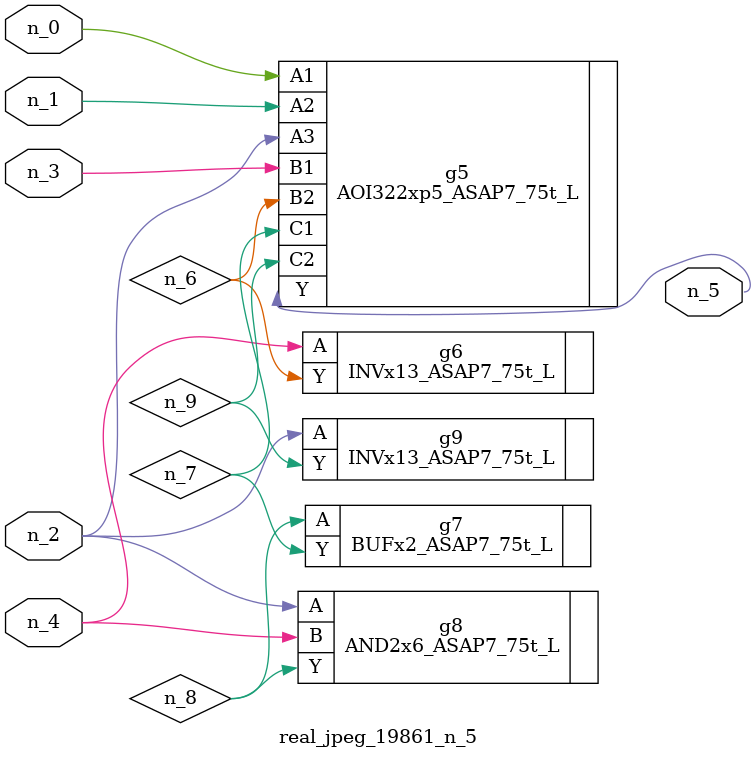
<source format=v>
module real_jpeg_19861_n_5 (n_4, n_0, n_1, n_2, n_3, n_5);

input n_4;
input n_0;
input n_1;
input n_2;
input n_3;

output n_5;

wire n_8;
wire n_6;
wire n_7;
wire n_9;

AOI322xp5_ASAP7_75t_L g5 ( 
.A1(n_0),
.A2(n_1),
.A3(n_2),
.B1(n_3),
.B2(n_6),
.C1(n_7),
.C2(n_9),
.Y(n_5)
);

AND2x6_ASAP7_75t_L g8 ( 
.A(n_2),
.B(n_4),
.Y(n_8)
);

INVx13_ASAP7_75t_L g9 ( 
.A(n_2),
.Y(n_9)
);

INVx13_ASAP7_75t_L g6 ( 
.A(n_4),
.Y(n_6)
);

BUFx2_ASAP7_75t_L g7 ( 
.A(n_8),
.Y(n_7)
);


endmodule
</source>
